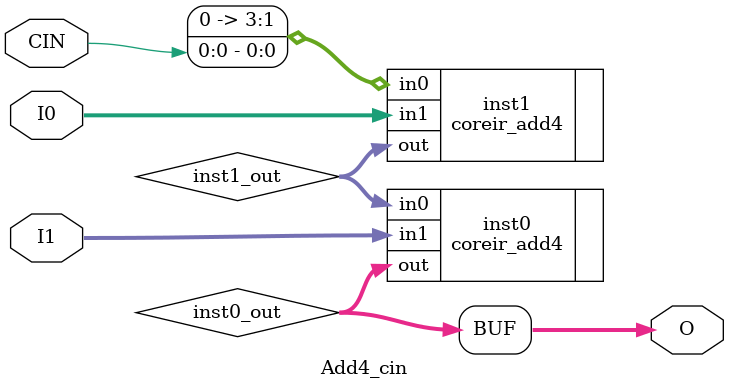
<source format=v>
module Add4_cin (input [3:0] I0, input [3:0] I1, output [3:0] O, input  CIN);
wire [3:0] inst0_out;
wire [3:0] inst1_out;
coreir_add4 inst0 (.in0(inst1_out), .in1(I1), .out(inst0_out));
coreir_add4 inst1 (.in0({1'b0,1'b0,1'b0,CIN}), .in1(I0), .out(inst1_out));
assign O = inst0_out;
endmodule


</source>
